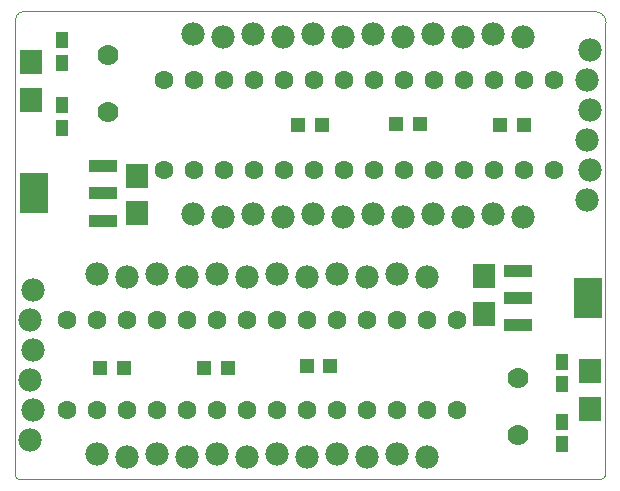
<source format=gts>
G75*
G70*
%OFA0B0*%
%FSLAX24Y24*%
%IPPOS*%
%LPD*%
%AMOC8*
5,1,8,0,0,1.08239X$1,22.5*
%
%ADD10C,0.0000*%
%ADD11C,0.0631*%
%ADD12C,0.0700*%
%ADD13R,0.0946X0.0414*%
%ADD14R,0.0946X0.1320*%
%ADD15C,0.0780*%
%ADD16R,0.0434X0.0552*%
%ADD17R,0.0512X0.0512*%
%ADD18R,0.0749X0.0827*%
D10*
X002429Y003185D02*
X021676Y003185D01*
X021677Y003184D02*
X021706Y003181D01*
X021735Y003182D01*
X021764Y003186D01*
X021792Y003193D01*
X021820Y003204D01*
X021845Y003218D01*
X021869Y003235D01*
X021891Y003255D01*
X021910Y003278D01*
X021926Y003302D01*
X021939Y003328D01*
X021949Y003356D01*
X021956Y003385D01*
X021955Y003385D02*
X021955Y018380D01*
X021955Y018381D02*
X021957Y018416D01*
X021956Y018451D01*
X021951Y018486D01*
X021943Y018521D01*
X021931Y018554D01*
X021916Y018586D01*
X021899Y018617D01*
X021878Y018645D01*
X021854Y018672D01*
X021829Y018696D01*
X021800Y018717D01*
X021770Y018736D01*
X021739Y018751D01*
X021705Y018763D01*
X021671Y018772D01*
X021636Y018778D01*
X021637Y018777D02*
X002497Y018777D01*
X002467Y018769D01*
X002438Y018757D01*
X002410Y018743D01*
X002385Y018725D01*
X002361Y018705D01*
X002340Y018682D01*
X002321Y018658D01*
X002305Y018631D01*
X002292Y018603D01*
X002283Y018573D01*
X002276Y018543D01*
X002273Y018512D01*
X002274Y018481D01*
X002277Y018450D01*
X002268Y003394D01*
X002266Y003370D01*
X002267Y003345D01*
X002272Y003321D01*
X002279Y003298D01*
X002290Y003276D01*
X002304Y003255D01*
X002320Y003237D01*
X002338Y003221D01*
X002359Y003207D01*
X002381Y003197D01*
X002404Y003189D01*
X002428Y003185D01*
D11*
X003995Y005485D03*
X004995Y005485D03*
X005995Y005485D03*
X006995Y005485D03*
X007995Y005485D03*
X008995Y005485D03*
X009995Y005485D03*
X010995Y005485D03*
X011995Y005485D03*
X012995Y005485D03*
X013995Y005485D03*
X014995Y005485D03*
X015995Y005485D03*
X016995Y005485D03*
X016995Y008485D03*
X015995Y008485D03*
X014995Y008485D03*
X013995Y008485D03*
X012995Y008485D03*
X011995Y008485D03*
X010995Y008485D03*
X009995Y008485D03*
X008995Y008485D03*
X007995Y008485D03*
X006995Y008485D03*
X005995Y008485D03*
X004995Y008485D03*
X003995Y008485D03*
X007224Y013496D03*
X008224Y013496D03*
X009224Y013496D03*
X010224Y013496D03*
X011224Y013496D03*
X012224Y013496D03*
X013224Y013496D03*
X014224Y013496D03*
X015224Y013496D03*
X016224Y013496D03*
X017224Y013496D03*
X018224Y013496D03*
X019224Y013496D03*
X020224Y013496D03*
X020224Y016496D03*
X019224Y016496D03*
X018224Y016496D03*
X017224Y016496D03*
X016224Y016496D03*
X015224Y016496D03*
X014224Y016496D03*
X013224Y016496D03*
X012224Y016496D03*
X011224Y016496D03*
X010224Y016496D03*
X009224Y016496D03*
X008224Y016496D03*
X007224Y016496D03*
D12*
X005378Y017334D03*
X005378Y015413D03*
X019053Y006567D03*
X019053Y004646D03*
D13*
X019050Y008321D03*
X019050Y009227D03*
X019050Y010132D03*
X005220Y011807D03*
X005220Y012712D03*
X005220Y013618D03*
D14*
X002898Y012712D03*
X021372Y009227D03*
D15*
X019197Y011914D03*
X018197Y012014D03*
X017197Y011914D03*
X016197Y012014D03*
X015197Y011914D03*
X014197Y012014D03*
X013197Y011914D03*
X012197Y012014D03*
X011197Y011914D03*
X010197Y012014D03*
X009197Y011914D03*
X008197Y012014D03*
X007995Y009935D03*
X006995Y010035D03*
X005995Y009935D03*
X004995Y010035D03*
X002881Y009485D03*
X002781Y008485D03*
X002881Y007485D03*
X002781Y006485D03*
X002881Y005485D03*
X002781Y004485D03*
X004995Y004035D03*
X005995Y003935D03*
X006995Y004035D03*
X007995Y003935D03*
X008995Y004035D03*
X009995Y003935D03*
X010995Y004035D03*
X011995Y003935D03*
X012995Y004035D03*
X013995Y003935D03*
X014995Y004035D03*
X015995Y003935D03*
X015995Y009935D03*
X014995Y010035D03*
X013995Y009935D03*
X012995Y010035D03*
X011995Y009935D03*
X010995Y010035D03*
X009995Y009935D03*
X008995Y010035D03*
X009197Y017938D03*
X010197Y018038D03*
X011197Y017938D03*
X012197Y018038D03*
X013197Y017938D03*
X014197Y018038D03*
X015197Y017938D03*
X016197Y018038D03*
X017197Y017938D03*
X018197Y018038D03*
X019197Y017938D03*
X021452Y017476D03*
X021352Y016476D03*
X021452Y015476D03*
X021352Y014476D03*
X021452Y013476D03*
X021352Y012476D03*
X008197Y018038D03*
D16*
X003843Y017811D03*
X003843Y017063D03*
X003843Y015646D03*
X003843Y014897D03*
X020500Y007102D03*
X020500Y006354D03*
X020500Y005094D03*
X020500Y004346D03*
D17*
X012783Y006943D03*
X011996Y006943D03*
X009358Y006889D03*
X008571Y006889D03*
X005894Y006886D03*
X005106Y006886D03*
X011717Y014996D03*
X012504Y014996D03*
X014984Y015035D03*
X015772Y015035D03*
X018449Y014996D03*
X019236Y014996D03*
D18*
X017902Y009958D03*
X017902Y008698D03*
X021446Y006779D03*
X021446Y005520D03*
X006341Y012043D03*
X006341Y013303D03*
X002819Y015823D03*
X002819Y017083D03*
M02*

</source>
